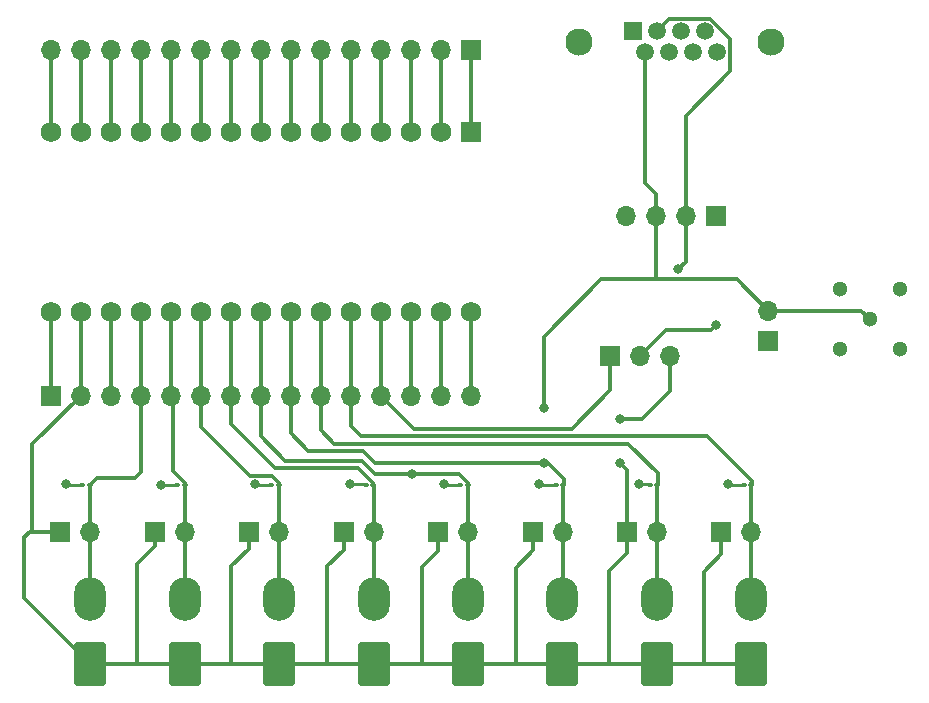
<source format=gbr>
%TF.GenerationSoftware,KiCad,Pcbnew,(6.0.1-0)*%
%TF.CreationDate,2022-09-06T14:47:32+02:00*%
%TF.ProjectId,nano_board,6e616e6f-5f62-46f6-9172-642e6b696361,rev?*%
%TF.SameCoordinates,Original*%
%TF.FileFunction,Copper,L1,Top*%
%TF.FilePolarity,Positive*%
%FSLAX46Y46*%
G04 Gerber Fmt 4.6, Leading zero omitted, Abs format (unit mm)*
G04 Created by KiCad (PCBNEW (6.0.1-0)) date 2022-09-06 14:47:32*
%MOMM*%
%LPD*%
G01*
G04 APERTURE LIST*
G04 Aperture macros list*
%AMRoundRect*
0 Rectangle with rounded corners*
0 $1 Rounding radius*
0 $2 $3 $4 $5 $6 $7 $8 $9 X,Y pos of 4 corners*
0 Add a 4 corners polygon primitive as box body*
4,1,4,$2,$3,$4,$5,$6,$7,$8,$9,$2,$3,0*
0 Add four circle primitives for the rounded corners*
1,1,$1+$1,$2,$3*
1,1,$1+$1,$4,$5*
1,1,$1+$1,$6,$7*
1,1,$1+$1,$8,$9*
0 Add four rect primitives between the rounded corners*
20,1,$1+$1,$2,$3,$4,$5,0*
20,1,$1+$1,$4,$5,$6,$7,0*
20,1,$1+$1,$6,$7,$8,$9,0*
20,1,$1+$1,$8,$9,$2,$3,0*%
G04 Aperture macros list end*
%TA.AperFunction,ComponentPad*%
%ADD10C,2.300000*%
%TD*%
%TA.AperFunction,ComponentPad*%
%ADD11C,1.500000*%
%TD*%
%TA.AperFunction,ComponentPad*%
%ADD12R,1.500000X1.500000*%
%TD*%
%TA.AperFunction,ComponentPad*%
%ADD13R,1.700000X1.700000*%
%TD*%
%TA.AperFunction,ComponentPad*%
%ADD14O,1.700000X1.700000*%
%TD*%
%TA.AperFunction,SMDPad,CuDef*%
%ADD15RoundRect,0.100000X0.130000X0.100000X-0.130000X0.100000X-0.130000X-0.100000X0.130000X-0.100000X0*%
%TD*%
%TA.AperFunction,ComponentPad*%
%ADD16RoundRect,0.250001X1.099999X1.599999X-1.099999X1.599999X-1.099999X-1.599999X1.099999X-1.599999X0*%
%TD*%
%TA.AperFunction,ComponentPad*%
%ADD17O,2.700000X3.700000*%
%TD*%
%TA.AperFunction,ComponentPad*%
%ADD18C,1.300000*%
%TD*%
%TA.AperFunction,ComponentPad*%
%ADD19C,1.727200*%
%TD*%
%TA.AperFunction,ComponentPad*%
%ADD20R,1.727200X1.727200*%
%TD*%
%TA.AperFunction,ViaPad*%
%ADD21C,0.800000*%
%TD*%
%TA.AperFunction,Conductor*%
%ADD22C,0.300000*%
%TD*%
%TA.AperFunction,Conductor*%
%ADD23C,0.250000*%
%TD*%
G04 APERTURE END LIST*
D10*
%TO.P,R/O-Board_I2C_Interface,SH*%
%TO.N,GND*%
X145370000Y-49015000D03*
X161630000Y-49015000D03*
D11*
%TO.P,R/O-Board_I2C_Interface,8*%
%TO.N,unconnected-(R/O-Board_I2C_Interface1-Pad8)*%
X157052000Y-49905000D03*
%TO.P,R/O-Board_I2C_Interface,7*%
%TO.N,unconnected-(R/O-Board_I2C_Interface1-Pad7)*%
X156036000Y-48125000D03*
%TO.P,R/O-Board_I2C_Interface,6*%
%TO.N,VccI2C*%
X155020000Y-49905000D03*
%TO.P,R/O-Board_I2C_Interface,5*%
%TO.N,unconnected-(R/O-Board_I2C_Interface1-Pad5)*%
X154004000Y-48125000D03*
%TO.P,R/O-Board_I2C_Interface,4*%
%TO.N,unconnected-(R/O-Board_I2C_Interface1-Pad4)*%
X152988000Y-49905000D03*
%TO.P,R/O-Board_I2C_Interface,3*%
%TO.N,A4*%
X151972000Y-48125000D03*
%TO.P,R/O-Board_I2C_Interface,2*%
%TO.N,A5*%
X150956000Y-49905000D03*
D12*
%TO.P,R/O-Board_I2C_Interface,1*%
%TO.N,GND*%
X149940000Y-48125000D03*
%TD*%
D13*
%TO.P,J1,1,Pin_1*%
%TO.N,5V_Ard*%
X148060000Y-75600000D03*
D14*
%TO.P,J1,2,Pin_2*%
%TO.N,VccI2C*%
X150600000Y-75600000D03*
%TO.P,J1,3,Pin_3*%
%TO.N,3V3_Ard*%
X153140000Y-75600000D03*
%TD*%
D15*
%TO.P,R4,1*%
%TO.N,A3*%
X127975000Y-86525000D03*
%TO.P,R4,2*%
%TO.N,GND*%
X127335000Y-86525000D03*
%TD*%
D13*
%TO.P,NTC6-Pin1,1,Pin_1*%
%TO.N,3V3_Ard*%
X149500000Y-90525000D03*
D14*
%TO.P,NTC6-Pin1,2,Pin_2*%
%TO.N,A6*%
X152040000Y-90525000D03*
%TD*%
D15*
%TO.P,R3,1*%
%TO.N,A2*%
X119975000Y-86525000D03*
%TO.P,R3,2*%
%TO.N,GND*%
X119335000Y-86525000D03*
%TD*%
D13*
%TO.P,I2C-Pins,1,VCC*%
%TO.N,VccI2C*%
X156980000Y-63800000D03*
D14*
%TO.P,I2C-Pins,2,SDA*%
%TO.N,A4*%
X154440000Y-63800000D03*
%TO.P,I2C-Pins,3,SCL*%
%TO.N,A5*%
X151900000Y-63800000D03*
%TO.P,I2C-Pins,4,GND*%
%TO.N,GND*%
X149360000Y-63800000D03*
%TD*%
D13*
%TO.P,Freq_PinHeader,1,Pin_1*%
%TO.N,GND*%
X161400000Y-74340000D03*
D14*
%TO.P,Freq_PinHeader,2,Pin_2*%
%TO.N,A5*%
X161400000Y-71800000D03*
%TD*%
D13*
%TO.P,ArdTopPins1,1,Pin_1*%
%TO.N,RX0*%
X136283000Y-49750000D03*
D14*
%TO.P,ArdTopPins1,2,Pin_2*%
%TO.N,TX1*%
X133743000Y-49750000D03*
%TO.P,ArdTopPins1,3,Pin_3*%
%TO.N,RST1*%
X131203000Y-49750000D03*
%TO.P,ArdTopPins1,4,Pin_4*%
%TO.N,GND*%
X128663000Y-49750000D03*
%TO.P,ArdTopPins1,5,Pin_5*%
%TO.N,D2*%
X126123000Y-49750000D03*
%TO.P,ArdTopPins1,6,Pin_6*%
%TO.N,D3*%
X123583000Y-49750000D03*
%TO.P,ArdTopPins1,7,Pin_7*%
%TO.N,D4*%
X121043000Y-49750000D03*
%TO.P,ArdTopPins1,8,Pin_8*%
%TO.N,D5*%
X118503000Y-49750000D03*
%TO.P,ArdTopPins1,9,Pin_9*%
%TO.N,D6*%
X115963000Y-49750000D03*
%TO.P,ArdTopPins1,10,Pin_10*%
%TO.N,D7*%
X113423000Y-49750000D03*
%TO.P,ArdTopPins1,11,Pin_11*%
%TO.N,D8*%
X110883000Y-49750000D03*
%TO.P,ArdTopPins1,12,Pin_12*%
%TO.N,D9*%
X108343000Y-49750000D03*
%TO.P,ArdTopPins1,13,Pin_13*%
%TO.N,D10*%
X105803000Y-49750000D03*
%TO.P,ArdTopPins1,14,Pin_14*%
%TO.N,D11*%
X103263000Y-49750000D03*
%TO.P,ArdTopPins1,15,Pin_15*%
%TO.N,D12*%
X100723000Y-49750000D03*
%TD*%
D15*
%TO.P,R7,1*%
%TO.N,A6*%
X152020000Y-86525000D03*
%TO.P,R7,2*%
%TO.N,GND*%
X151380000Y-86525000D03*
%TD*%
%TO.P,R1,1*%
%TO.N,A0*%
X104000000Y-86525000D03*
%TO.P,R1,2*%
%TO.N,GND*%
X103360000Y-86525000D03*
%TD*%
D16*
%TO.P,NTC6,1,Pin_1*%
%TO.N,3V3_Ard*%
X144000000Y-101725000D03*
D17*
%TO.P,NTC6,2,Pin_2*%
%TO.N,A5*%
X144000000Y-96225000D03*
%TD*%
D15*
%TO.P,R5,1*%
%TO.N,A4*%
X135975000Y-86525000D03*
%TO.P,R5,2*%
%TO.N,GND*%
X135335000Y-86525000D03*
%TD*%
D18*
%TO.P,J2,1*%
%TO.N,A5*%
X170000000Y-72500000D03*
%TO.P,J2,S1*%
%TO.N,GND*%
X167460000Y-69960000D03*
%TO.P,J2,S2*%
X167460000Y-75040000D03*
%TO.P,J2,S3*%
X172540000Y-75040000D03*
%TO.P,J2,S4*%
X172540000Y-69960000D03*
%TD*%
D13*
%TO.P,NTC7-Pin1,1,Pin_1*%
%TO.N,3V3_Ard*%
X157460000Y-90525000D03*
D14*
%TO.P,NTC7-Pin1,2,Pin_2*%
%TO.N,A7*%
X160000000Y-90525000D03*
%TD*%
D19*
%TO.P,XA1,3V3,3.3V*%
%TO.N,3V3_Ard*%
X103230000Y-71948000D03*
%TO.P,XA1,5V,5V*%
%TO.N,5V_Ard*%
X128630000Y-71948000D03*
%TO.P,XA1,A0,A0*%
%TO.N,A0*%
X108310000Y-71948000D03*
%TO.P,XA1,A1,A1*%
%TO.N,A1*%
X110850000Y-71948000D03*
%TO.P,XA1,A2,A2*%
%TO.N,A2*%
X113390000Y-71948000D03*
%TO.P,XA1,A3,A3*%
%TO.N,A3*%
X115930000Y-71948000D03*
%TO.P,XA1,A4,A4_SDA*%
%TO.N,A4*%
X118470000Y-71948000D03*
%TO.P,XA1,A5,A5_SCL*%
%TO.N,A5*%
X121010000Y-71948000D03*
%TO.P,XA1,A6,A6*%
%TO.N,A6*%
X123550000Y-71948000D03*
%TO.P,XA1,A7,A7*%
%TO.N,A7*%
X126090000Y-71948000D03*
%TO.P,XA1,AREF,AREF*%
%TO.N,AREF*%
X105770000Y-71948000D03*
%TO.P,XA1,D0,D0_RX0*%
%TO.N,TX1*%
X133710000Y-56708000D03*
D20*
%TO.P,XA1,D1,D1_TX0*%
%TO.N,RX0*%
X136250000Y-56708000D03*
D19*
%TO.P,XA1,D2,D2_INT0*%
%TO.N,D2*%
X126090000Y-56708000D03*
%TO.P,XA1,D3,D3_INT1*%
%TO.N,D3*%
X123550000Y-56708000D03*
%TO.P,XA1,D4,D4*%
%TO.N,D4*%
X121010000Y-56708000D03*
%TO.P,XA1,D5,D5*%
%TO.N,D5*%
X118470000Y-56708000D03*
%TO.P,XA1,D6,D6*%
%TO.N,D6*%
X115930000Y-56708000D03*
%TO.P,XA1,D7,D7*%
%TO.N,D7*%
X113390000Y-56708000D03*
%TO.P,XA1,D8,D8*%
%TO.N,D8*%
X110850000Y-56708000D03*
%TO.P,XA1,D9,D9*%
%TO.N,D9*%
X108310000Y-56708000D03*
%TO.P,XA1,D10,D10_CS*%
%TO.N,D10*%
X105770000Y-56708000D03*
%TO.P,XA1,D11,D11_MOSI*%
%TO.N,D11*%
X103230000Y-56708000D03*
%TO.P,XA1,D12,D12_MISO*%
%TO.N,D12*%
X100690000Y-56708000D03*
%TO.P,XA1,D13,D13_SCK*%
%TO.N,D13*%
X100690000Y-71948000D03*
%TO.P,XA1,GND1,GND*%
%TO.N,GND*%
X128630000Y-56708000D03*
%TO.P,XA1,GND2,GND*%
X133710000Y-71948000D03*
%TO.P,XA1,RST1,RESET*%
%TO.N,RST1*%
X131170000Y-56708000D03*
%TO.P,XA1,RST2,RESET*%
%TO.N,RST2*%
X131170000Y-71948000D03*
%TO.P,XA1,VIN,VIN*%
%TO.N,A4*%
X136250000Y-71948000D03*
%TD*%
D16*
%TO.P,NTC1,1,Pin_1*%
%TO.N,3V3_Ard*%
X104000000Y-101750000D03*
D17*
%TO.P,NTC1,2,Pin_2*%
%TO.N,A0*%
X104000000Y-96250000D03*
%TD*%
D13*
%TO.P,NTC3-Pin1,1,Pin_1*%
%TO.N,3V3_Ard*%
X125460000Y-90525000D03*
D14*
%TO.P,NTC3-Pin1,2,Pin_2*%
%TO.N,A3*%
X128000000Y-90525000D03*
%TD*%
D16*
%TO.P,NTC7,1,Pin_1*%
%TO.N,3V3_Ard*%
X152000000Y-101750000D03*
D17*
%TO.P,NTC7,2,Pin_2*%
%TO.N,A6*%
X152000000Y-96250000D03*
%TD*%
D15*
%TO.P,R2,1*%
%TO.N,A1*%
X112000000Y-86525000D03*
%TO.P,R2,2*%
%TO.N,GND*%
X111360000Y-86525000D03*
%TD*%
D16*
%TO.P,NTC5,1,Pin_1*%
%TO.N,3V3_Ard*%
X136000000Y-101725000D03*
D17*
%TO.P,NTC5,2,Pin_2*%
%TO.N,A4*%
X136000000Y-96225000D03*
%TD*%
D16*
%TO.P,NTC3,1,Pin_1*%
%TO.N,3V3_Ard*%
X120000000Y-101750000D03*
D17*
%TO.P,NTC3,2,Pin_2*%
%TO.N,A2*%
X120000000Y-96250000D03*
%TD*%
D16*
%TO.P,NTC4,1,Pin_1*%
%TO.N,3V3_Ard*%
X128000000Y-101725000D03*
D17*
%TO.P,NTC4,2,Pin_2*%
%TO.N,A3*%
X128000000Y-96225000D03*
%TD*%
D16*
%TO.P,NTC8,1,Pin_1*%
%TO.N,3V3_Ard*%
X160000000Y-101725000D03*
D17*
%TO.P,NTC8,2,Pin_2*%
%TO.N,A7*%
X160000000Y-96225000D03*
%TD*%
D16*
%TO.P,NTC2,1,Pin_1*%
%TO.N,3V3_Ard*%
X112000000Y-101725000D03*
D17*
%TO.P,NTC2,2,Pin_2*%
%TO.N,A1*%
X112000000Y-96225000D03*
%TD*%
D15*
%TO.P,R6,1*%
%TO.N,A5*%
X144075000Y-86525000D03*
%TO.P,R6,2*%
%TO.N,GND*%
X143435000Y-86525000D03*
%TD*%
D13*
%TO.P,NTC5-Pin1,1,Pin_1*%
%TO.N,3V3_Ard*%
X141500000Y-90525000D03*
D14*
%TO.P,NTC5-Pin1,2,Pin_2*%
%TO.N,A5*%
X144040000Y-90525000D03*
%TD*%
D13*
%TO.P,NTC0-Pin1,1,Pin_1*%
%TO.N,3V3_Ard*%
X101460000Y-90525000D03*
D14*
%TO.P,NTC0-Pin1,2,Pin_2*%
%TO.N,A0*%
X104000000Y-90525000D03*
%TD*%
D15*
%TO.P,R8,1*%
%TO.N,A7*%
X159975000Y-86525000D03*
%TO.P,R8,2*%
%TO.N,GND*%
X159335000Y-86525000D03*
%TD*%
D13*
%TO.P,NTC4-Pin1,1,Pin_1*%
%TO.N,3V3_Ard*%
X133460000Y-90525000D03*
D14*
%TO.P,NTC4-Pin1,2,Pin_2*%
%TO.N,A4*%
X136000000Y-90525000D03*
%TD*%
D13*
%TO.P,NTC1-Pin1,1,Pin_1*%
%TO.N,3V3_Ard*%
X109460000Y-90525000D03*
D14*
%TO.P,NTC1-Pin1,2,Pin_2*%
%TO.N,A1*%
X112000000Y-90525000D03*
%TD*%
D13*
%TO.P,ArdNanoBotPins1,1,Pin_1*%
%TO.N,D13*%
X100670000Y-79000000D03*
D14*
%TO.P,ArdNanoBotPins1,2,Pin_2*%
%TO.N,3V3_Ard*%
X103210000Y-79000000D03*
%TO.P,ArdNanoBotPins1,3,Pin_3*%
%TO.N,AREF*%
X105750000Y-79000000D03*
%TO.P,ArdNanoBotPins1,4,Pin_4*%
%TO.N,A0*%
X108290000Y-79000000D03*
%TO.P,ArdNanoBotPins1,5,Pin_5*%
%TO.N,A1*%
X110830000Y-79000000D03*
%TO.P,ArdNanoBotPins1,6,Pin_6*%
%TO.N,A2*%
X113370000Y-79000000D03*
%TO.P,ArdNanoBotPins1,7,Pin_7*%
%TO.N,A3*%
X115910000Y-79000000D03*
%TO.P,ArdNanoBotPins1,8,Pin_8*%
%TO.N,A4*%
X118450000Y-79000000D03*
%TO.P,ArdNanoBotPins1,9,Pin_9*%
%TO.N,A5*%
X120990000Y-79000000D03*
%TO.P,ArdNanoBotPins1,10,Pin_10*%
%TO.N,A6*%
X123530000Y-79000000D03*
%TO.P,ArdNanoBotPins1,11,Pin_11*%
%TO.N,A7*%
X126070000Y-79000000D03*
%TO.P,ArdNanoBotPins1,12,Pin_12*%
%TO.N,5V_Ard*%
X128610000Y-79000000D03*
%TO.P,ArdNanoBotPins1,13,Pin_13*%
%TO.N,RST2*%
X131150000Y-79000000D03*
%TO.P,ArdNanoBotPins1,14,Pin_14*%
%TO.N,GND*%
X133690000Y-79000000D03*
%TO.P,ArdNanoBotPins1,15,Pin_15*%
%TO.N,A4*%
X136230000Y-79000000D03*
%TD*%
D13*
%TO.P,NTC2-Pin1,1,Pin_1*%
%TO.N,3V3_Ard*%
X117460000Y-90525000D03*
D14*
%TO.P,NTC2-Pin1,2,Pin_2*%
%TO.N,A2*%
X120000000Y-90525000D03*
%TD*%
D21*
%TO.N,3V3_Ard*%
X148900000Y-84700000D03*
X148900000Y-81000000D03*
%TO.N,A5*%
X142400000Y-80000000D03*
X142400000Y-84700000D03*
%TO.N,GND*%
X102000000Y-86500000D03*
X126000000Y-86500000D03*
X158000000Y-86500000D03*
X150500000Y-86500000D03*
X110000000Y-86525000D03*
X142000000Y-86500000D03*
X118000000Y-86500000D03*
X134000000Y-86500000D03*
%TO.N,A4*%
X153800000Y-68300000D03*
X131300000Y-85600000D03*
%TO.N,VccI2C*%
X157000000Y-73000000D03*
%TD*%
D22*
%TO.N,A4*%
X153800000Y-68300000D02*
X154440000Y-67660000D01*
X154440000Y-55310000D02*
X158201511Y-51548489D01*
X158201511Y-51548489D02*
X158201511Y-48806277D01*
X158201511Y-48806277D02*
X156470723Y-47075489D01*
X154440000Y-67660000D02*
X154440000Y-55310000D01*
X156470723Y-47075489D02*
X153021511Y-47075489D01*
X153021511Y-47075489D02*
X151972000Y-48125000D01*
%TO.N,A5*%
X151849511Y-69149511D02*
X151900000Y-69099022D01*
X150956000Y-60956000D02*
X150956000Y-49905000D01*
X151900000Y-69099022D02*
X151900000Y-61900000D01*
X151900000Y-61900000D02*
X150956000Y-60956000D01*
%TO.N,D13*%
X100690000Y-78980000D02*
X100670000Y-79000000D01*
X100690000Y-77978000D02*
X100690000Y-78980000D01*
X100690000Y-71948000D02*
X100690000Y-77978000D01*
%TO.N,3V3_Ard*%
X141500000Y-92100000D02*
X141500000Y-90525000D01*
X107950000Y-101750000D02*
X104000000Y-101750000D01*
X117460000Y-91940000D02*
X117460000Y-90525000D01*
X147950000Y-93850000D02*
X149500000Y-92300000D01*
X98400000Y-91000000D02*
X98400000Y-96150000D01*
X140025000Y-101725000D02*
X140025000Y-93575000D01*
X140025000Y-93575000D02*
X141500000Y-92100000D01*
X124075000Y-101725000D02*
X120025000Y-101725000D01*
X132075000Y-101725000D02*
X128000000Y-101725000D01*
X115950000Y-101750000D02*
X107950000Y-101750000D01*
X128000000Y-101725000D02*
X124075000Y-101725000D01*
X115950000Y-93450000D02*
X117460000Y-91940000D01*
X120000000Y-101750000D02*
X115950000Y-101750000D01*
X133460000Y-92140000D02*
X133460000Y-90525000D01*
X107950000Y-101750000D02*
X107950000Y-93250000D01*
X103208000Y-71970000D02*
X103230000Y-71948000D01*
X107950000Y-93250000D02*
X109460000Y-91740000D01*
X125460000Y-92040000D02*
X124075000Y-93425000D01*
X153140000Y-75600000D02*
X153140000Y-78560000D01*
X101460000Y-90525000D02*
X99575000Y-90525000D01*
X115950000Y-101750000D02*
X115950000Y-93450000D01*
X152025000Y-101725000D02*
X152000000Y-101750000D01*
X155975000Y-93925000D02*
X157460000Y-92440000D01*
X144000000Y-101725000D02*
X140025000Y-101725000D01*
X99575000Y-90525000D02*
X98875000Y-90525000D01*
X149500000Y-85300000D02*
X149500000Y-90525000D01*
X140025000Y-101725000D02*
X136000000Y-101725000D01*
X132075000Y-101725000D02*
X132075000Y-93525000D01*
X160000000Y-101725000D02*
X155975000Y-101725000D01*
X125460000Y-90525000D02*
X125460000Y-92040000D01*
X99125000Y-90525000D02*
X98875000Y-90525000D01*
X155975000Y-101725000D02*
X152025000Y-101725000D01*
X136000000Y-101725000D02*
X132075000Y-101725000D01*
X132075000Y-93525000D02*
X133460000Y-92140000D01*
X98875000Y-90525000D02*
X98400000Y-91000000D01*
X153140000Y-78560000D02*
X150700000Y-81000000D01*
X157460000Y-92440000D02*
X157460000Y-90525000D01*
X147950000Y-101750000D02*
X144025000Y-101750000D01*
X99125000Y-83085000D02*
X99125000Y-90525000D01*
X150700000Y-81000000D02*
X148900000Y-81000000D01*
X98400000Y-96150000D02*
X104000000Y-101750000D01*
X155975000Y-101725000D02*
X155975000Y-93925000D01*
X103210000Y-79000000D02*
X99125000Y-83085000D01*
X103208000Y-77542000D02*
X103208000Y-71970000D01*
X144025000Y-101750000D02*
X144000000Y-101725000D01*
X148900000Y-84700000D02*
X149500000Y-85300000D01*
X147950000Y-101750000D02*
X147950000Y-93850000D01*
X120025000Y-101725000D02*
X120000000Y-101750000D01*
X152000000Y-101750000D02*
X147950000Y-101750000D01*
X124075000Y-93425000D02*
X124075000Y-101725000D01*
X103210000Y-77544000D02*
X103208000Y-77542000D01*
X109460000Y-91740000D02*
X109460000Y-90525000D01*
X149500000Y-92300000D02*
X149500000Y-90525000D01*
X103210000Y-77544000D02*
X103210000Y-79000000D01*
%TO.N,AREF*%
X105770000Y-71948000D02*
X105770000Y-77480000D01*
X105750000Y-79000000D02*
X105750000Y-77500000D01*
%TO.N,A0*%
X104580000Y-85945000D02*
X107805000Y-85945000D01*
X104000000Y-86525000D02*
X104000000Y-90525000D01*
X108290000Y-77464000D02*
X108290000Y-79000000D01*
X108290000Y-85460000D02*
X108290000Y-79000000D01*
X108288000Y-77462000D02*
X108288000Y-71970000D01*
X104000000Y-90525000D02*
X104000000Y-96250000D01*
X108288000Y-77462000D02*
X108290000Y-77464000D01*
X104000000Y-86525000D02*
X104580000Y-85945000D01*
X108288000Y-71970000D02*
X108310000Y-71948000D01*
X107805000Y-85945000D02*
X108290000Y-85460000D01*
%TO.N,A1*%
X110830000Y-77670000D02*
X110850000Y-77650000D01*
X112000000Y-86525000D02*
X112000000Y-90525000D01*
X110830000Y-79000000D02*
X110830000Y-77670000D01*
X111000000Y-85369994D02*
X111000000Y-79170000D01*
X110850000Y-71948000D02*
X110850000Y-77650000D01*
X112000000Y-86369994D02*
X111000000Y-85369994D01*
X111000000Y-79170000D02*
X110830000Y-79000000D01*
X112000000Y-90525000D02*
X112000000Y-96225000D01*
X112000000Y-86525000D02*
X112000000Y-86369994D01*
%TO.N,A2*%
X113370000Y-77370000D02*
X113370000Y-79000000D01*
X120000000Y-90525000D02*
X120000000Y-96250000D01*
X119405495Y-85800489D02*
X119975000Y-86369994D01*
X113370000Y-79000000D02*
X113370000Y-81620000D01*
X113368000Y-71970000D02*
X113390000Y-71948000D01*
X113370000Y-81620000D02*
X117550489Y-85800489D01*
X120000000Y-86550000D02*
X120000000Y-90525000D01*
X119975000Y-86369994D02*
X119975000Y-86525000D01*
X113368000Y-77368000D02*
X113370000Y-77370000D01*
X113368000Y-77368000D02*
X113368000Y-71970000D01*
X119975000Y-86525000D02*
X120000000Y-86550000D01*
X117550489Y-85800489D02*
X119405495Y-85800489D01*
%TO.N,A3*%
X127023808Y-85418802D02*
X127975000Y-86369994D01*
X115910000Y-79000000D02*
X115910000Y-81382151D01*
X127975000Y-86369994D02*
X127975000Y-86525000D01*
X119627849Y-85100000D02*
X126700000Y-85100000D01*
X115910000Y-71968000D02*
X115930000Y-71948000D01*
X115910000Y-81382151D02*
X119627849Y-85100000D01*
X126700000Y-85100000D02*
X127018802Y-85418802D01*
X128000000Y-86550000D02*
X128000000Y-90525000D01*
X128000000Y-90525000D02*
X128000000Y-96225000D01*
X115910000Y-79000000D02*
X115910000Y-71968000D01*
X127018802Y-85418802D02*
X127023808Y-85418802D01*
X127975000Y-86525000D02*
X128000000Y-86550000D01*
%TO.N,A5*%
X120990000Y-82190000D02*
X120990000Y-79000000D01*
X144075000Y-86525000D02*
X144040000Y-86560000D01*
X122450480Y-83650480D02*
X120990000Y-82190000D01*
X158749511Y-69149511D02*
X151849511Y-69149511D01*
X144040000Y-96185000D02*
X144000000Y-96225000D01*
X161400000Y-71800000D02*
X158749511Y-69149511D01*
X144040000Y-86560000D02*
X144040000Y-90525000D01*
X169300000Y-71800000D02*
X170000000Y-72500000D01*
X127092606Y-83650480D02*
X122450480Y-83650480D01*
X144040000Y-90525000D02*
X144040000Y-96185000D01*
X151849511Y-69149511D02*
X147250489Y-69149511D01*
X128142126Y-84700000D02*
X127092606Y-83650480D01*
X147250489Y-69149511D02*
X142400000Y-74000000D01*
X142400000Y-74000000D02*
X142400000Y-80000000D01*
X121010000Y-71948000D02*
X121010000Y-78980000D01*
X144114520Y-86525000D02*
X144114520Y-86075498D01*
X121010000Y-78980000D02*
X120990000Y-79000000D01*
X142739022Y-84700000D02*
X128142126Y-84700000D01*
X144114520Y-86075498D02*
X142739022Y-84700000D01*
X161400000Y-71800000D02*
X169300000Y-71800000D01*
%TO.N,A6*%
X123530000Y-79000000D02*
X123530000Y-81930000D01*
X123528000Y-71970000D02*
X123528000Y-77778000D01*
X123530000Y-81930000D02*
X124650960Y-83050960D01*
X123550000Y-71948000D02*
X123528000Y-71970000D01*
X152040000Y-86545000D02*
X152040000Y-90525000D01*
X124650960Y-83050960D02*
X149550960Y-83050960D01*
X149550960Y-83050960D02*
X152059520Y-85559520D01*
X152040000Y-90525000D02*
X152040000Y-96210000D01*
X123528000Y-77778000D02*
X123530000Y-77780000D01*
X152059520Y-85559520D02*
X152059520Y-86525000D01*
X152040000Y-96210000D02*
X152000000Y-96250000D01*
X123530000Y-77780000D02*
X123530000Y-79000000D01*
%TO.N,A7*%
X126070000Y-79000000D02*
X126070000Y-77180000D01*
X126090000Y-78980000D02*
X126070000Y-79000000D01*
X126951440Y-82451440D02*
X156268578Y-82451440D01*
X126070000Y-77180000D02*
X126090000Y-77160000D01*
X126090000Y-77840000D02*
X126090000Y-78980000D01*
X126070000Y-79000000D02*
X126070000Y-81570000D01*
X160000000Y-90525000D02*
X160000000Y-96225000D01*
X159975000Y-86369994D02*
X159975000Y-86525000D01*
X126068000Y-76772000D02*
X126068000Y-78432000D01*
X159975000Y-86525000D02*
X160000000Y-86550000D01*
X126090000Y-77160000D02*
X126090000Y-77840000D01*
X160014520Y-86197382D02*
X160014520Y-86525000D01*
X126090000Y-77840000D02*
X126090000Y-77978000D01*
X126090000Y-71948000D02*
X126090000Y-77160000D01*
X126070000Y-81570000D02*
X126951440Y-82451440D01*
X126090000Y-77978000D02*
X126068000Y-78000000D01*
X156268578Y-82451440D02*
X160014520Y-86197382D01*
X160000000Y-86550000D02*
X160000000Y-90525000D01*
%TO.N,5V_Ard*%
X148060000Y-78540000D02*
X144800000Y-81800000D01*
X131410000Y-81800000D02*
X128610000Y-79000000D01*
X128630000Y-71948000D02*
X128630000Y-77630000D01*
X128610000Y-77650000D02*
X128610000Y-79000000D01*
X144800000Y-81800000D02*
X131410000Y-81800000D01*
X148060000Y-75600000D02*
X148060000Y-78540000D01*
%TO.N,GND*%
X128663000Y-49750000D02*
X128663000Y-56675000D01*
D23*
X135335000Y-86525000D02*
X134025000Y-86525000D01*
D22*
X133690000Y-71968000D02*
X133710000Y-71948000D01*
D23*
X127310000Y-86500000D02*
X127335000Y-86525000D01*
X150500000Y-86500000D02*
X151355000Y-86500000D01*
X159335000Y-86525000D02*
X158025000Y-86525000D01*
X143435000Y-86525000D02*
X142025000Y-86525000D01*
X111360000Y-86525000D02*
X110000000Y-86525000D01*
X119335000Y-86525000D02*
X118025000Y-86525000D01*
X151355000Y-86500000D02*
X151380000Y-86525000D01*
X158025000Y-86525000D02*
X158000000Y-86500000D01*
X102025000Y-86525000D02*
X102000000Y-86500000D01*
X142025000Y-86525000D02*
X142000000Y-86500000D01*
X126000000Y-86500000D02*
X127310000Y-86500000D01*
D22*
X128663000Y-56675000D02*
X128630000Y-56708000D01*
D23*
X118025000Y-86525000D02*
X118000000Y-86500000D01*
X103360000Y-86525000D02*
X102025000Y-86525000D01*
D22*
X133690000Y-79000000D02*
X133690000Y-71968000D01*
D23*
X134025000Y-86525000D02*
X134000000Y-86500000D01*
D22*
%TO.N,TX1*%
X133743000Y-50750000D02*
X133743000Y-49750000D01*
X133710000Y-56708000D02*
X133710000Y-50783000D01*
X133710000Y-50783000D02*
X133743000Y-50750000D01*
%TO.N,RX0*%
X136250000Y-56708000D02*
X136283000Y-56675000D01*
X136283000Y-56675000D02*
X136283000Y-49750000D01*
%TO.N,RST1*%
X131203000Y-56675000D02*
X131203000Y-49750000D01*
X131170000Y-56708000D02*
X131203000Y-56675000D01*
%TO.N,D2*%
X126123000Y-56675000D02*
X126123000Y-49750000D01*
X126090000Y-56708000D02*
X126123000Y-56675000D01*
%TO.N,D3*%
X123550000Y-56708000D02*
X123550000Y-51050000D01*
X123550000Y-51050000D02*
X123583000Y-51017000D01*
X123583000Y-51017000D02*
X123583000Y-49750000D01*
%TO.N,D4*%
X121043000Y-56675000D02*
X121043000Y-49750000D01*
X121010000Y-56708000D02*
X121043000Y-56675000D01*
%TO.N,D5*%
X118470000Y-50783000D02*
X118470000Y-49783000D01*
X118470000Y-49783000D02*
X118503000Y-49750000D01*
X118470000Y-56708000D02*
X118470000Y-50783000D01*
%TO.N,D6*%
X115963000Y-56675000D02*
X115963000Y-49750000D01*
X115930000Y-56708000D02*
X115963000Y-56675000D01*
%TO.N,D7*%
X113390000Y-51110000D02*
X113423000Y-51077000D01*
X113390000Y-56708000D02*
X113390000Y-51110000D01*
X113423000Y-51077000D02*
X113423000Y-49750000D01*
%TO.N,D8*%
X110883000Y-56675000D02*
X110883000Y-49750000D01*
X110850000Y-56708000D02*
X110883000Y-56675000D01*
%TO.N,D9*%
X108343000Y-49750000D02*
X108343000Y-50750000D01*
X108310000Y-56708000D02*
X108310000Y-50783000D01*
%TO.N,D10*%
X105803000Y-56675000D02*
X105803000Y-49750000D01*
X105770000Y-56708000D02*
X105803000Y-56675000D01*
%TO.N,D11*%
X103263000Y-49750000D02*
X103263000Y-50750000D01*
X103230000Y-56708000D02*
X103230000Y-50783000D01*
%TO.N,D12*%
X100723000Y-56675000D02*
X100723000Y-49750000D01*
X100690000Y-56708000D02*
X100723000Y-56675000D01*
%TO.N,A4*%
X136000000Y-90525000D02*
X136000000Y-96225000D01*
X118450000Y-82450000D02*
X118450000Y-79000000D01*
X118448000Y-77698000D02*
X118450000Y-77700000D01*
X120500480Y-84500480D02*
X118450000Y-82450000D01*
X118448000Y-71970000D02*
X118470000Y-71948000D01*
X136250000Y-78980000D02*
X136230000Y-79000000D01*
X127024046Y-84500480D02*
X120500480Y-84500480D01*
X128123566Y-85600000D02*
X127024046Y-84500480D01*
X136000000Y-86550000D02*
X136000000Y-90525000D01*
X135975000Y-86525000D02*
X136000000Y-86550000D01*
X131300000Y-85600000D02*
X135205006Y-85600000D01*
X136250000Y-71948000D02*
X136250000Y-78980000D01*
X131300000Y-85600000D02*
X128123566Y-85600000D01*
X135205006Y-85600000D02*
X135975000Y-86369994D01*
X135975000Y-86369994D02*
X135975000Y-86525000D01*
X118448000Y-77698000D02*
X118448000Y-71970000D01*
X118450000Y-77700000D02*
X118450000Y-79000000D01*
%TO.N,RST2*%
X131170000Y-71948000D02*
X131170000Y-78980000D01*
%TO.N,VccI2C*%
X152800000Y-73400000D02*
X156600000Y-73400000D01*
X156600000Y-73400000D02*
X157000000Y-73000000D01*
X150600000Y-75600000D02*
X152800000Y-73400000D01*
%TD*%
M02*

</source>
